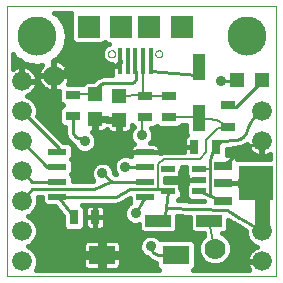
<source format=gtl>
G75*
%MOIN*%
%OFA0B0*%
%FSLAX25Y25*%
%IPPOS*%
%LPD*%
%AMOC8*
5,1,8,0,0,1.08239X$1,22.5*
%
%ADD10C,0.00000*%
%ADD11R,0.04724X0.03150*%
%ADD12R,0.04200X0.08600*%
%ADD13R,0.03150X0.04724*%
%ADD14R,0.04724X0.04724*%
%ADD15R,0.04724X0.02165*%
%ADD16C,0.13055*%
%ADD17R,0.09055X0.06299*%
%ADD18R,0.01575X0.09055*%
%ADD19R,0.07480X0.07480*%
%ADD20C,0.06600*%
%ADD21R,0.08600X0.04200*%
%ADD22C,0.07000*%
%ADD23R,0.06100X0.02100*%
%ADD24R,0.05906X0.03150*%
%ADD25R,0.11811X0.11811*%
%ADD26C,0.00800*%
%ADD27C,0.01600*%
%ADD28C,0.03562*%
%ADD29C,0.01000*%
%ADD30C,0.00001*%
%ADD31C,0.05000*%
D10*
X0007800Y0007420D02*
X0007800Y0097421D01*
X0097681Y0097421D01*
X0097681Y0007420D01*
X0007800Y0007420D01*
X0041555Y0081555D02*
X0041557Y0081624D01*
X0041563Y0081692D01*
X0041573Y0081760D01*
X0041587Y0081827D01*
X0041605Y0081894D01*
X0041626Y0081959D01*
X0041652Y0082023D01*
X0041681Y0082085D01*
X0041713Y0082145D01*
X0041749Y0082204D01*
X0041789Y0082260D01*
X0041831Y0082314D01*
X0041877Y0082365D01*
X0041926Y0082414D01*
X0041977Y0082460D01*
X0042031Y0082502D01*
X0042087Y0082542D01*
X0042145Y0082578D01*
X0042206Y0082610D01*
X0042268Y0082639D01*
X0042332Y0082665D01*
X0042397Y0082686D01*
X0042464Y0082704D01*
X0042531Y0082718D01*
X0042599Y0082728D01*
X0042667Y0082734D01*
X0042736Y0082736D01*
X0042805Y0082734D01*
X0042873Y0082728D01*
X0042941Y0082718D01*
X0043008Y0082704D01*
X0043075Y0082686D01*
X0043140Y0082665D01*
X0043204Y0082639D01*
X0043266Y0082610D01*
X0043326Y0082578D01*
X0043385Y0082542D01*
X0043441Y0082502D01*
X0043495Y0082460D01*
X0043546Y0082414D01*
X0043595Y0082365D01*
X0043641Y0082314D01*
X0043683Y0082260D01*
X0043723Y0082204D01*
X0043759Y0082145D01*
X0043791Y0082085D01*
X0043820Y0082023D01*
X0043846Y0081959D01*
X0043867Y0081894D01*
X0043885Y0081827D01*
X0043899Y0081760D01*
X0043909Y0081692D01*
X0043915Y0081624D01*
X0043917Y0081555D01*
X0043915Y0081486D01*
X0043909Y0081418D01*
X0043899Y0081350D01*
X0043885Y0081283D01*
X0043867Y0081216D01*
X0043846Y0081151D01*
X0043820Y0081087D01*
X0043791Y0081025D01*
X0043759Y0080964D01*
X0043723Y0080906D01*
X0043683Y0080850D01*
X0043641Y0080796D01*
X0043595Y0080745D01*
X0043546Y0080696D01*
X0043495Y0080650D01*
X0043441Y0080608D01*
X0043385Y0080568D01*
X0043327Y0080532D01*
X0043266Y0080500D01*
X0043204Y0080471D01*
X0043140Y0080445D01*
X0043075Y0080424D01*
X0043008Y0080406D01*
X0042941Y0080392D01*
X0042873Y0080382D01*
X0042805Y0080376D01*
X0042736Y0080374D01*
X0042667Y0080376D01*
X0042599Y0080382D01*
X0042531Y0080392D01*
X0042464Y0080406D01*
X0042397Y0080424D01*
X0042332Y0080445D01*
X0042268Y0080471D01*
X0042206Y0080500D01*
X0042145Y0080532D01*
X0042087Y0080568D01*
X0042031Y0080608D01*
X0041977Y0080650D01*
X0041926Y0080696D01*
X0041877Y0080745D01*
X0041831Y0080796D01*
X0041789Y0080850D01*
X0041749Y0080906D01*
X0041713Y0080964D01*
X0041681Y0081025D01*
X0041652Y0081087D01*
X0041626Y0081151D01*
X0041605Y0081216D01*
X0041587Y0081283D01*
X0041573Y0081350D01*
X0041563Y0081418D01*
X0041557Y0081486D01*
X0041555Y0081555D01*
X0057303Y0081555D02*
X0057305Y0081624D01*
X0057311Y0081692D01*
X0057321Y0081760D01*
X0057335Y0081827D01*
X0057353Y0081894D01*
X0057374Y0081959D01*
X0057400Y0082023D01*
X0057429Y0082085D01*
X0057461Y0082145D01*
X0057497Y0082204D01*
X0057537Y0082260D01*
X0057579Y0082314D01*
X0057625Y0082365D01*
X0057674Y0082414D01*
X0057725Y0082460D01*
X0057779Y0082502D01*
X0057835Y0082542D01*
X0057893Y0082578D01*
X0057954Y0082610D01*
X0058016Y0082639D01*
X0058080Y0082665D01*
X0058145Y0082686D01*
X0058212Y0082704D01*
X0058279Y0082718D01*
X0058347Y0082728D01*
X0058415Y0082734D01*
X0058484Y0082736D01*
X0058553Y0082734D01*
X0058621Y0082728D01*
X0058689Y0082718D01*
X0058756Y0082704D01*
X0058823Y0082686D01*
X0058888Y0082665D01*
X0058952Y0082639D01*
X0059014Y0082610D01*
X0059074Y0082578D01*
X0059133Y0082542D01*
X0059189Y0082502D01*
X0059243Y0082460D01*
X0059294Y0082414D01*
X0059343Y0082365D01*
X0059389Y0082314D01*
X0059431Y0082260D01*
X0059471Y0082204D01*
X0059507Y0082145D01*
X0059539Y0082085D01*
X0059568Y0082023D01*
X0059594Y0081959D01*
X0059615Y0081894D01*
X0059633Y0081827D01*
X0059647Y0081760D01*
X0059657Y0081692D01*
X0059663Y0081624D01*
X0059665Y0081555D01*
X0059663Y0081486D01*
X0059657Y0081418D01*
X0059647Y0081350D01*
X0059633Y0081283D01*
X0059615Y0081216D01*
X0059594Y0081151D01*
X0059568Y0081087D01*
X0059539Y0081025D01*
X0059507Y0080964D01*
X0059471Y0080906D01*
X0059431Y0080850D01*
X0059389Y0080796D01*
X0059343Y0080745D01*
X0059294Y0080696D01*
X0059243Y0080650D01*
X0059189Y0080608D01*
X0059133Y0080568D01*
X0059075Y0080532D01*
X0059014Y0080500D01*
X0058952Y0080471D01*
X0058888Y0080445D01*
X0058823Y0080424D01*
X0058756Y0080406D01*
X0058689Y0080392D01*
X0058621Y0080382D01*
X0058553Y0080376D01*
X0058484Y0080374D01*
X0058415Y0080376D01*
X0058347Y0080382D01*
X0058279Y0080392D01*
X0058212Y0080406D01*
X0058145Y0080424D01*
X0058080Y0080445D01*
X0058016Y0080471D01*
X0057954Y0080500D01*
X0057893Y0080532D01*
X0057835Y0080568D01*
X0057779Y0080608D01*
X0057725Y0080650D01*
X0057674Y0080696D01*
X0057625Y0080745D01*
X0057579Y0080796D01*
X0057537Y0080850D01*
X0057497Y0080906D01*
X0057461Y0080964D01*
X0057429Y0081025D01*
X0057400Y0081087D01*
X0057374Y0081151D01*
X0057353Y0081216D01*
X0057335Y0081283D01*
X0057321Y0081350D01*
X0057311Y0081418D01*
X0057305Y0081486D01*
X0057303Y0081555D01*
D11*
X0053800Y0067463D03*
X0053800Y0060377D03*
X0061800Y0060377D03*
X0061800Y0067463D03*
X0081430Y0064413D03*
X0081430Y0057327D03*
X0029800Y0060877D03*
X0029800Y0067963D03*
D12*
X0071810Y0060030D03*
X0071810Y0077030D03*
D13*
X0070380Y0050656D03*
X0077467Y0050656D03*
X0037233Y0027060D03*
X0030147Y0027060D03*
D14*
X0045300Y0059386D03*
X0037200Y0059786D03*
X0037200Y0068054D03*
X0045300Y0067654D03*
X0084572Y0072708D03*
X0092839Y0072708D03*
D15*
X0071919Y0043250D03*
X0071919Y0039510D03*
X0071919Y0035770D03*
X0061682Y0035770D03*
X0061682Y0043250D03*
D16*
X0087800Y0087420D03*
X0017800Y0087420D03*
D17*
X0039498Y0014520D03*
X0064302Y0014520D03*
D18*
X0055728Y0079291D03*
X0053169Y0079291D03*
X0050610Y0079291D03*
X0048051Y0079291D03*
X0045492Y0079291D03*
D19*
X0045886Y0090610D03*
X0055334Y0090610D03*
X0066161Y0090610D03*
X0035059Y0090610D03*
D20*
X0012800Y0072420D03*
X0012800Y0062420D03*
X0012800Y0052420D03*
X0012800Y0042420D03*
X0012800Y0032420D03*
X0012800Y0022420D03*
X0012800Y0012420D03*
X0092800Y0012420D03*
X0092800Y0022420D03*
X0092800Y0052420D03*
X0092800Y0062420D03*
D21*
X0075300Y0025920D03*
X0058300Y0025920D03*
D22*
X0077200Y0016620D03*
X0023500Y0074220D03*
D23*
X0024700Y0048920D03*
X0024700Y0043920D03*
X0024700Y0038920D03*
X0024700Y0033920D03*
X0053900Y0033920D03*
X0053900Y0038920D03*
X0053900Y0043920D03*
X0053900Y0048920D03*
D24*
X0079910Y0044326D03*
X0079910Y0038420D03*
X0079910Y0032514D03*
D25*
X0090934Y0038420D03*
D26*
X0080300Y0038420D02*
X0079910Y0038420D01*
X0075600Y0043250D02*
X0071919Y0043250D01*
X0072300Y0046420D02*
X0060300Y0046420D01*
X0058100Y0044920D01*
X0058100Y0039151D01*
X0058166Y0036386D01*
X0053900Y0038920D02*
X0042300Y0038920D01*
X0052800Y0054420D02*
X0052800Y0059377D01*
X0053800Y0060377D01*
X0053800Y0067463D02*
X0053309Y0067954D01*
X0045300Y0067654D01*
X0053169Y0068094D02*
X0053800Y0067463D01*
X0061800Y0067463D01*
X0061800Y0060377D02*
X0070463Y0060377D01*
X0071810Y0060030D01*
X0077727Y0059530D01*
X0081430Y0057327D01*
X0078207Y0056827D01*
X0074300Y0052920D01*
X0074300Y0048920D01*
X0072300Y0046420D01*
X0076967Y0050487D02*
X0077467Y0050656D01*
X0075300Y0025920D02*
X0076800Y0017020D01*
X0077200Y0016620D01*
X0053169Y0068094D02*
X0053169Y0079291D01*
X0037200Y0068054D02*
X0029891Y0068054D01*
X0029800Y0067963D01*
D27*
X0028133Y0071638D02*
X0028412Y0072185D01*
X0028669Y0072979D01*
X0028800Y0073803D01*
X0028800Y0074020D01*
X0023700Y0074020D01*
X0023700Y0074420D01*
X0023300Y0074420D01*
X0023300Y0079256D01*
X0024897Y0080323D01*
X0027073Y0083579D01*
X0027837Y0087420D01*
X0027073Y0091261D01*
X0024897Y0094517D01*
X0023695Y0095321D01*
X0029319Y0095321D01*
X0029219Y0095220D01*
X0029219Y0086000D01*
X0030449Y0084770D01*
X0039669Y0084770D01*
X0040472Y0085573D01*
X0041276Y0084770D01*
X0041924Y0084770D01*
X0040877Y0084337D01*
X0039954Y0083414D01*
X0039455Y0082208D01*
X0039455Y0080902D01*
X0039954Y0079696D01*
X0040877Y0078773D01*
X0042083Y0078274D01*
X0042904Y0078274D01*
X0042904Y0074527D01*
X0042906Y0074520D01*
X0040549Y0074520D01*
X0039780Y0074520D01*
X0039780Y0074520D01*
X0037403Y0073536D01*
X0036384Y0072516D01*
X0033968Y0072516D01*
X0033061Y0071609D01*
X0033032Y0071638D01*
X0028133Y0071638D01*
X0028663Y0072959D02*
X0036827Y0072959D01*
X0037403Y0073536D02*
X0037403Y0073536D01*
X0042904Y0074557D02*
X0028800Y0074557D01*
X0028800Y0074637D02*
X0028669Y0075461D01*
X0028412Y0076254D01*
X0028033Y0076998D01*
X0027543Y0077673D01*
X0026953Y0078263D01*
X0026278Y0078753D01*
X0025534Y0079132D01*
X0024741Y0079389D01*
X0023917Y0079520D01*
X0023700Y0079520D01*
X0023700Y0074420D01*
X0028800Y0074420D01*
X0028800Y0074637D01*
X0028444Y0076156D02*
X0042904Y0076156D01*
X0043621Y0077420D02*
X0027800Y0077420D01*
X0027461Y0077754D02*
X0042904Y0077754D01*
X0043621Y0077420D02*
X0043705Y0077422D01*
X0043789Y0077428D01*
X0043872Y0077437D01*
X0043955Y0077450D01*
X0044037Y0077467D01*
X0044119Y0077487D01*
X0044199Y0077512D01*
X0044278Y0077539D01*
X0044356Y0077571D01*
X0044433Y0077605D01*
X0044508Y0077643D01*
X0044581Y0077685D01*
X0044652Y0077730D01*
X0044721Y0077777D01*
X0044788Y0077828D01*
X0044852Y0077882D01*
X0044914Y0077939D01*
X0044973Y0077998D01*
X0045030Y0078060D01*
X0045084Y0078124D01*
X0045135Y0078191D01*
X0045182Y0078260D01*
X0045227Y0078331D01*
X0045269Y0078404D01*
X0045307Y0078479D01*
X0045341Y0078556D01*
X0045373Y0078634D01*
X0045400Y0078713D01*
X0045425Y0078793D01*
X0045445Y0078875D01*
X0045462Y0078957D01*
X0045475Y0079040D01*
X0045484Y0079123D01*
X0045490Y0079207D01*
X0045492Y0079291D01*
X0040298Y0079353D02*
X0024853Y0079353D01*
X0023700Y0079353D02*
X0023446Y0079353D01*
X0023300Y0077754D02*
X0023700Y0077754D01*
X0024600Y0074220D02*
X0024712Y0074222D01*
X0024823Y0074228D01*
X0024934Y0074238D01*
X0025045Y0074251D01*
X0025156Y0074269D01*
X0025265Y0074290D01*
X0025374Y0074315D01*
X0025482Y0074344D01*
X0025589Y0074377D01*
X0025694Y0074413D01*
X0025799Y0074453D01*
X0025902Y0074497D01*
X0026003Y0074544D01*
X0026102Y0074595D01*
X0026200Y0074649D01*
X0026296Y0074706D01*
X0026389Y0074767D01*
X0026481Y0074831D01*
X0026570Y0074898D01*
X0026657Y0074969D01*
X0026741Y0075042D01*
X0026823Y0075118D01*
X0026902Y0075197D01*
X0026978Y0075279D01*
X0027051Y0075363D01*
X0027122Y0075450D01*
X0027189Y0075539D01*
X0027253Y0075631D01*
X0027314Y0075724D01*
X0027371Y0075820D01*
X0027425Y0075918D01*
X0027476Y0076017D01*
X0027523Y0076118D01*
X0027567Y0076221D01*
X0027607Y0076326D01*
X0027643Y0076431D01*
X0027676Y0076538D01*
X0027705Y0076646D01*
X0027730Y0076755D01*
X0027751Y0076864D01*
X0027769Y0076975D01*
X0027782Y0077086D01*
X0027792Y0077197D01*
X0027798Y0077308D01*
X0027800Y0077420D01*
X0025317Y0080952D02*
X0039455Y0080952D01*
X0039597Y0082550D02*
X0026385Y0082550D01*
X0027186Y0084149D02*
X0040689Y0084149D01*
X0029472Y0085747D02*
X0027504Y0085747D01*
X0027822Y0087346D02*
X0029219Y0087346D01*
X0029219Y0088944D02*
X0027534Y0088944D01*
X0027216Y0090543D02*
X0029219Y0090543D01*
X0029219Y0092141D02*
X0026485Y0092141D01*
X0025417Y0093740D02*
X0029219Y0093740D01*
X0017800Y0077383D02*
X0013959Y0078147D01*
X0010703Y0080323D01*
X0009900Y0081524D01*
X0009900Y0076617D01*
X0010127Y0076782D01*
X0010842Y0077146D01*
X0011606Y0077394D01*
X0012399Y0077520D01*
X0012616Y0077520D01*
X0012616Y0072604D01*
X0012984Y0072604D01*
X0012984Y0077520D01*
X0013201Y0077520D01*
X0013994Y0077394D01*
X0014758Y0077146D01*
X0015473Y0076782D01*
X0016122Y0076310D01*
X0016690Y0075742D01*
X0017162Y0075093D01*
X0017526Y0074378D01*
X0017774Y0073614D01*
X0017900Y0072821D01*
X0017900Y0072604D01*
X0012984Y0072604D01*
X0012984Y0072236D01*
X0017900Y0072236D01*
X0017900Y0072019D01*
X0017774Y0071226D01*
X0017526Y0070462D01*
X0017162Y0069747D01*
X0016690Y0069098D01*
X0016122Y0068530D01*
X0015473Y0068058D01*
X0014758Y0067694D01*
X0014433Y0067588D01*
X0015859Y0066998D01*
X0017378Y0065479D01*
X0018200Y0063494D01*
X0018200Y0061346D01*
X0018010Y0060887D01*
X0026705Y0052192D01*
X0026747Y0052173D01*
X0026843Y0052070D01*
X0028620Y0052070D01*
X0029850Y0050840D01*
X0029850Y0047000D01*
X0029270Y0046420D01*
X0029850Y0045840D01*
X0029850Y0042000D01*
X0029270Y0041420D01*
X0029850Y0040840D01*
X0029850Y0039020D01*
X0036237Y0039020D01*
X0036701Y0039231D01*
X0036410Y0039522D01*
X0035819Y0040948D01*
X0035819Y0042492D01*
X0036410Y0043918D01*
X0037502Y0045010D01*
X0038928Y0045601D01*
X0040472Y0045601D01*
X0041898Y0045010D01*
X0042990Y0043918D01*
X0043581Y0042492D01*
X0043581Y0041718D01*
X0043800Y0041520D01*
X0044211Y0041520D01*
X0044010Y0041722D01*
X0043419Y0043148D01*
X0043419Y0044692D01*
X0044010Y0046118D01*
X0045102Y0047210D01*
X0046528Y0047801D01*
X0048072Y0047801D01*
X0049121Y0047366D01*
X0049050Y0047633D01*
X0049050Y0048920D01*
X0053900Y0048920D01*
X0058750Y0048920D01*
X0058750Y0050207D01*
X0058627Y0050665D01*
X0058390Y0051075D01*
X0058055Y0051410D01*
X0057645Y0051647D01*
X0057187Y0051770D01*
X0055639Y0051770D01*
X0056090Y0052222D01*
X0056681Y0053648D01*
X0056681Y0055192D01*
X0056090Y0056618D01*
X0056007Y0056702D01*
X0057032Y0056702D01*
X0057800Y0057470D01*
X0058568Y0056702D01*
X0065032Y0056702D01*
X0066207Y0057877D01*
X0067610Y0057877D01*
X0067610Y0054860D01*
X0067897Y0054573D01*
X0067700Y0054459D01*
X0067365Y0054124D01*
X0067128Y0053713D01*
X0067005Y0053256D01*
X0067005Y0050656D01*
X0067005Y0048920D01*
X0060534Y0048920D01*
X0060276Y0048969D01*
X0060042Y0048920D01*
X0059803Y0048920D01*
X0059560Y0048819D01*
X0059303Y0048766D01*
X0059105Y0048631D01*
X0058884Y0048539D01*
X0058750Y0048405D01*
X0058750Y0048920D01*
X0053900Y0048920D01*
X0053900Y0048920D01*
X0053900Y0048920D01*
X0049050Y0048920D01*
X0049050Y0050207D01*
X0049173Y0050665D01*
X0049410Y0051075D01*
X0049745Y0051410D01*
X0050110Y0051621D01*
X0049510Y0052222D01*
X0048919Y0053648D01*
X0048919Y0055192D01*
X0049510Y0056618D01*
X0050081Y0057189D01*
X0049462Y0057808D01*
X0049462Y0056787D01*
X0049340Y0056329D01*
X0049103Y0055919D01*
X0048767Y0055584D01*
X0048357Y0055347D01*
X0047899Y0055224D01*
X0045681Y0055224D01*
X0045681Y0059005D01*
X0044919Y0059005D01*
X0044919Y0055224D01*
X0042701Y0055224D01*
X0042243Y0055347D01*
X0041833Y0055584D01*
X0041497Y0055919D01*
X0041260Y0056329D01*
X0041181Y0056627D01*
X0041003Y0056319D01*
X0040667Y0055984D01*
X0040257Y0055747D01*
X0039799Y0055624D01*
X0037581Y0055624D01*
X0037581Y0059405D01*
X0036819Y0059405D01*
X0036819Y0055624D01*
X0036085Y0055624D01*
X0037090Y0054618D01*
X0037681Y0053192D01*
X0037681Y0051648D01*
X0037090Y0050222D01*
X0035998Y0049130D01*
X0034572Y0048539D01*
X0033028Y0048539D01*
X0031602Y0049130D01*
X0030510Y0050222D01*
X0030050Y0051332D01*
X0029411Y0051596D01*
X0029411Y0051596D01*
X0027976Y0053031D01*
X0027976Y0053031D01*
X0027200Y0054906D01*
X0027200Y0057202D01*
X0026568Y0057202D01*
X0025338Y0058432D01*
X0025338Y0063321D01*
X0026436Y0064420D01*
X0025338Y0065519D01*
X0025338Y0069244D01*
X0024741Y0069050D01*
X0023917Y0068920D01*
X0023700Y0068920D01*
X0023700Y0074020D01*
X0023300Y0074020D01*
X0018200Y0074020D01*
X0018200Y0073803D01*
X0018330Y0072979D01*
X0018588Y0072185D01*
X0018967Y0071442D01*
X0019457Y0070767D01*
X0020047Y0070177D01*
X0020722Y0069687D01*
X0021466Y0069308D01*
X0022259Y0069050D01*
X0023083Y0068920D01*
X0023300Y0068920D01*
X0023300Y0074020D01*
X0023300Y0074420D01*
X0018200Y0074420D01*
X0018200Y0074637D01*
X0018330Y0075461D01*
X0018588Y0076254D01*
X0018967Y0076998D01*
X0019457Y0077673D01*
X0019507Y0077723D01*
X0017800Y0077383D01*
X0018556Y0076156D02*
X0016276Y0076156D01*
X0015932Y0077754D02*
X0009900Y0077754D01*
X0009900Y0079353D02*
X0012154Y0079353D01*
X0010283Y0080952D02*
X0009900Y0080952D01*
X0012616Y0076156D02*
X0012984Y0076156D01*
X0012984Y0074557D02*
X0012616Y0074557D01*
X0012616Y0072959D02*
X0012984Y0072959D01*
X0017435Y0074557D02*
X0018200Y0074557D01*
X0018337Y0072959D02*
X0017878Y0072959D01*
X0017796Y0071360D02*
X0019026Y0071360D01*
X0020619Y0069762D02*
X0017170Y0069762D01*
X0015618Y0068163D02*
X0025338Y0068163D01*
X0023700Y0069762D02*
X0023300Y0069762D01*
X0023300Y0071360D02*
X0023700Y0071360D01*
X0023700Y0072959D02*
X0023300Y0072959D01*
X0023500Y0074220D02*
X0024600Y0074220D01*
X0023700Y0074557D02*
X0023300Y0074557D01*
X0023300Y0076156D02*
X0023700Y0076156D01*
X0025338Y0066565D02*
X0016292Y0066565D01*
X0017590Y0064966D02*
X0025890Y0064966D01*
X0025384Y0063368D02*
X0018200Y0063368D01*
X0018200Y0061769D02*
X0025338Y0061769D01*
X0025338Y0060171D02*
X0018726Y0060171D01*
X0020325Y0058572D02*
X0025338Y0058572D01*
X0027200Y0056974D02*
X0021923Y0056974D01*
X0023522Y0055375D02*
X0027200Y0055375D01*
X0027668Y0053777D02*
X0025120Y0053777D01*
X0026735Y0052178D02*
X0028829Y0052178D01*
X0029850Y0050580D02*
X0030361Y0050580D01*
X0029850Y0048981D02*
X0031960Y0048981D01*
X0029850Y0047383D02*
X0045518Y0047383D01*
X0043871Y0045784D02*
X0029850Y0045784D01*
X0029850Y0044186D02*
X0036677Y0044186D01*
X0035858Y0042587D02*
X0029850Y0042587D01*
X0029701Y0040989D02*
X0035819Y0040989D01*
X0036541Y0039390D02*
X0029850Y0039390D01*
X0032794Y0031320D02*
X0043936Y0031320D01*
X0044083Y0031278D01*
X0044449Y0031320D01*
X0044817Y0031320D01*
X0044959Y0031379D01*
X0045111Y0031396D01*
X0045433Y0031575D01*
X0045773Y0031716D01*
X0045881Y0031824D01*
X0048750Y0033418D01*
X0048750Y0032000D01*
X0048912Y0031839D01*
X0048602Y0031710D01*
X0047510Y0030618D01*
X0046919Y0029192D01*
X0046919Y0027648D01*
X0047510Y0026222D01*
X0048602Y0025130D01*
X0050028Y0024539D01*
X0051572Y0024539D01*
X0051900Y0024675D01*
X0051900Y0022950D01*
X0053130Y0021720D01*
X0063470Y0021720D01*
X0064700Y0022950D01*
X0064700Y0027498D01*
X0068900Y0027326D01*
X0068900Y0022950D01*
X0070130Y0021720D01*
X0073473Y0021720D01*
X0073604Y0020943D01*
X0072453Y0019792D01*
X0071600Y0017734D01*
X0071600Y0015506D01*
X0072453Y0013448D01*
X0074028Y0011873D01*
X0076086Y0011020D01*
X0078314Y0011020D01*
X0080372Y0011873D01*
X0081947Y0013448D01*
X0082800Y0015506D01*
X0082800Y0017734D01*
X0081947Y0019792D01*
X0080372Y0021367D01*
X0079521Y0021720D01*
X0080470Y0021720D01*
X0081700Y0022950D01*
X0081700Y0026104D01*
X0084361Y0024441D01*
X0084524Y0024414D01*
X0087400Y0022663D01*
X0087400Y0021346D01*
X0088222Y0019361D01*
X0089741Y0017842D01*
X0091167Y0017252D01*
X0090842Y0017146D01*
X0090127Y0016782D01*
X0089478Y0016310D01*
X0088910Y0015742D01*
X0088438Y0015093D01*
X0088074Y0014378D01*
X0087826Y0013614D01*
X0087700Y0012821D01*
X0087700Y0012604D01*
X0092616Y0012604D01*
X0092616Y0012236D01*
X0087700Y0012236D01*
X0087700Y0012019D01*
X0087826Y0011226D01*
X0088074Y0010462D01*
X0088438Y0009747D01*
X0088603Y0009520D01*
X0069949Y0009520D01*
X0070929Y0010501D01*
X0070929Y0018539D01*
X0069699Y0019770D01*
X0058939Y0019770D01*
X0057998Y0020710D01*
X0056572Y0021301D01*
X0055028Y0021301D01*
X0053602Y0020710D01*
X0052510Y0019618D01*
X0051919Y0018192D01*
X0051919Y0016648D01*
X0052510Y0015222D01*
X0053602Y0014130D01*
X0054644Y0013698D01*
X0055584Y0012757D01*
X0055585Y0012757D01*
X0057606Y0011920D01*
X0057674Y0011920D01*
X0057674Y0010501D01*
X0058655Y0009520D01*
X0017444Y0009520D01*
X0018200Y0011346D01*
X0018200Y0013494D01*
X0017378Y0015479D01*
X0015859Y0016998D01*
X0014840Y0017420D01*
X0015859Y0017842D01*
X0017378Y0019361D01*
X0018200Y0021346D01*
X0018200Y0023494D01*
X0017378Y0025479D01*
X0015859Y0026998D01*
X0014840Y0027420D01*
X0015859Y0027842D01*
X0017378Y0029361D01*
X0018200Y0031346D01*
X0018200Y0033494D01*
X0018065Y0033820D01*
X0019550Y0033820D01*
X0019550Y0032000D01*
X0020780Y0030770D01*
X0023957Y0030770D01*
X0026472Y0027545D01*
X0026472Y0023828D01*
X0027702Y0022598D01*
X0032591Y0022598D01*
X0033821Y0023828D01*
X0033821Y0030292D01*
X0032794Y0031320D01*
X0033821Y0029799D02*
X0033896Y0029799D01*
X0033859Y0029659D02*
X0033981Y0030117D01*
X0034218Y0030527D01*
X0034553Y0030863D01*
X0034964Y0031100D01*
X0035422Y0031222D01*
X0037233Y0031222D01*
X0037233Y0027060D01*
X0037233Y0027060D01*
X0033858Y0027060D01*
X0033859Y0029659D01*
X0033821Y0028201D02*
X0033859Y0028201D01*
X0033859Y0027060D02*
X0033859Y0024461D01*
X0033981Y0024003D01*
X0034218Y0023593D01*
X0034553Y0023257D01*
X0034964Y0023020D01*
X0035422Y0022898D01*
X0037233Y0022898D01*
X0037233Y0027060D01*
X0033859Y0027060D01*
X0033859Y0026602D02*
X0033821Y0026602D01*
X0033821Y0025004D02*
X0033859Y0025004D01*
X0033399Y0023405D02*
X0034406Y0023405D01*
X0037233Y0023405D02*
X0037233Y0023405D01*
X0037233Y0022898D02*
X0039045Y0022898D01*
X0039503Y0023020D01*
X0039913Y0023257D01*
X0040248Y0023593D01*
X0040485Y0024003D01*
X0040608Y0024461D01*
X0040608Y0027060D01*
X0040608Y0029659D01*
X0040485Y0030117D01*
X0040248Y0030527D01*
X0039913Y0030863D01*
X0039503Y0031100D01*
X0039045Y0031222D01*
X0037233Y0031222D01*
X0037233Y0027060D01*
X0037233Y0027060D01*
X0037233Y0027060D01*
X0037233Y0022898D01*
X0037233Y0025004D02*
X0037233Y0025004D01*
X0037233Y0026602D02*
X0037233Y0026602D01*
X0037233Y0027060D02*
X0037233Y0027060D01*
X0040608Y0027060D01*
X0037233Y0027060D01*
X0037233Y0028201D02*
X0037233Y0028201D01*
X0037233Y0029799D02*
X0037233Y0029799D01*
X0040571Y0029799D02*
X0047170Y0029799D01*
X0046919Y0028201D02*
X0040608Y0028201D01*
X0040608Y0026602D02*
X0047352Y0026602D01*
X0048906Y0025004D02*
X0040608Y0025004D01*
X0040061Y0023405D02*
X0051900Y0023405D01*
X0053044Y0021807D02*
X0018200Y0021807D01*
X0018200Y0023405D02*
X0026895Y0023405D01*
X0026472Y0025004D02*
X0017575Y0025004D01*
X0016255Y0026602D02*
X0026472Y0026602D01*
X0025961Y0028201D02*
X0016217Y0028201D01*
X0017559Y0029799D02*
X0024714Y0029799D01*
X0020152Y0031398D02*
X0018200Y0031398D01*
X0018200Y0032996D02*
X0019550Y0032996D01*
X0017729Y0020208D02*
X0053099Y0020208D01*
X0052092Y0018610D02*
X0045562Y0018610D01*
X0045466Y0018775D02*
X0045131Y0019110D01*
X0044721Y0019347D01*
X0044263Y0019470D01*
X0040273Y0019470D01*
X0040273Y0015295D01*
X0038724Y0015295D01*
X0038724Y0019470D01*
X0034734Y0019470D01*
X0034276Y0019347D01*
X0033866Y0019110D01*
X0033530Y0018775D01*
X0033294Y0018364D01*
X0033171Y0017907D01*
X0033171Y0015295D01*
X0038724Y0015295D01*
X0038724Y0013745D01*
X0040273Y0013745D01*
X0040273Y0009570D01*
X0044263Y0009570D01*
X0044721Y0009693D01*
X0045131Y0009930D01*
X0045466Y0010265D01*
X0045703Y0010676D01*
X0045826Y0011133D01*
X0045826Y0013745D01*
X0040273Y0013745D01*
X0040273Y0015295D01*
X0045826Y0015295D01*
X0045826Y0017907D01*
X0045703Y0018364D01*
X0045466Y0018775D01*
X0045826Y0017011D02*
X0051919Y0017011D01*
X0052431Y0015413D02*
X0045826Y0015413D01*
X0045826Y0012216D02*
X0056892Y0012216D01*
X0057674Y0010617D02*
X0045669Y0010617D01*
X0040273Y0010617D02*
X0038724Y0010617D01*
X0038724Y0009570D02*
X0038724Y0013745D01*
X0033171Y0013745D01*
X0033171Y0011133D01*
X0033294Y0010676D01*
X0033530Y0010265D01*
X0033866Y0009930D01*
X0034276Y0009693D01*
X0034734Y0009570D01*
X0038724Y0009570D01*
X0038724Y0012216D02*
X0040273Y0012216D01*
X0040273Y0013814D02*
X0054364Y0013814D01*
X0058501Y0020208D02*
X0072869Y0020208D01*
X0071963Y0018610D02*
X0070859Y0018610D01*
X0070929Y0017011D02*
X0071600Y0017011D01*
X0071639Y0015413D02*
X0070929Y0015413D01*
X0070929Y0013814D02*
X0072301Y0013814D01*
X0070929Y0012216D02*
X0073685Y0012216D01*
X0070929Y0010617D02*
X0088023Y0010617D01*
X0087700Y0012216D02*
X0080715Y0012216D01*
X0082099Y0013814D02*
X0087891Y0013814D01*
X0088670Y0015413D02*
X0082761Y0015413D01*
X0082800Y0017011D02*
X0090577Y0017011D01*
X0088974Y0018610D02*
X0082437Y0018610D01*
X0081531Y0020208D02*
X0087871Y0020208D01*
X0087400Y0021807D02*
X0080556Y0021807D01*
X0081700Y0023405D02*
X0086181Y0023405D01*
X0083461Y0025004D02*
X0081700Y0025004D01*
X0073436Y0032344D02*
X0065016Y0032689D01*
X0066144Y0033817D01*
X0066144Y0037722D01*
X0064914Y0038953D01*
X0060605Y0038953D01*
X0060600Y0039181D01*
X0060600Y0040067D01*
X0064914Y0040067D01*
X0066144Y0041298D01*
X0066144Y0043920D01*
X0067456Y0043920D01*
X0067456Y0041298D01*
X0067792Y0040962D01*
X0067756Y0040830D01*
X0067756Y0039510D01*
X0071918Y0039510D01*
X0067756Y0039510D01*
X0067756Y0038190D01*
X0067792Y0038058D01*
X0067456Y0037722D01*
X0067456Y0033817D01*
X0068686Y0032587D01*
X0072840Y0032587D01*
X0073436Y0032344D01*
X0068277Y0032996D02*
X0065323Y0032996D01*
X0066144Y0034595D02*
X0067456Y0034595D01*
X0067456Y0036193D02*
X0066144Y0036193D01*
X0066074Y0037792D02*
X0067526Y0037792D01*
X0067756Y0039390D02*
X0060600Y0039390D01*
X0065835Y0040989D02*
X0067765Y0040989D01*
X0067456Y0042587D02*
X0066144Y0042587D01*
X0067005Y0048981D02*
X0058750Y0048981D01*
X0058650Y0050580D02*
X0067005Y0050580D01*
X0067005Y0050656D02*
X0070380Y0050656D01*
X0070380Y0050656D01*
X0067005Y0050656D01*
X0067005Y0052178D02*
X0056047Y0052178D01*
X0056681Y0053777D02*
X0067165Y0053777D01*
X0067610Y0055375D02*
X0056605Y0055375D01*
X0057304Y0056974D02*
X0058296Y0056974D01*
X0065304Y0056974D02*
X0067610Y0056974D01*
X0078200Y0044326D02*
X0079910Y0044326D01*
X0079910Y0044325D01*
X0078200Y0044325D01*
X0078200Y0044326D01*
X0079800Y0044420D02*
X0080300Y0044420D01*
X0080800Y0044420D01*
X0081142Y0047700D02*
X0081142Y0049996D01*
X0084465Y0050324D01*
X0084555Y0050333D01*
X0084765Y0050353D01*
X0085070Y0050383D01*
X0085915Y0050467D01*
X0087782Y0051500D01*
X0087826Y0051226D01*
X0088074Y0050462D01*
X0088438Y0049747D01*
X0088910Y0049098D01*
X0089478Y0048530D01*
X0090127Y0048058D01*
X0090842Y0047694D01*
X0091606Y0047446D01*
X0092399Y0047320D01*
X0092616Y0047320D01*
X0092616Y0052236D01*
X0092984Y0052236D01*
X0092984Y0047320D01*
X0093201Y0047320D01*
X0093994Y0047446D01*
X0094758Y0047694D01*
X0095473Y0048058D01*
X0095581Y0048137D01*
X0095581Y0046425D01*
X0084586Y0046425D01*
X0084540Y0046595D01*
X0084303Y0047006D01*
X0083968Y0047341D01*
X0083558Y0047578D01*
X0083100Y0047700D01*
X0081142Y0047700D01*
X0081142Y0048981D02*
X0089026Y0048981D01*
X0088035Y0050580D02*
X0086119Y0050580D01*
X0085915Y0050467D02*
X0085915Y0050467D01*
X0083895Y0047383D02*
X0092002Y0047383D01*
X0092616Y0047383D02*
X0092984Y0047383D01*
X0093598Y0047383D02*
X0095581Y0047383D01*
X0092984Y0048981D02*
X0092616Y0048981D01*
X0092616Y0050580D02*
X0092984Y0050580D01*
X0092984Y0052178D02*
X0092616Y0052178D01*
X0090934Y0038420D02*
X0086800Y0038420D01*
X0080300Y0038420D01*
X0071918Y0039510D02*
X0071918Y0039510D01*
X0068900Y0026602D02*
X0064700Y0026602D01*
X0064700Y0025004D02*
X0068900Y0025004D01*
X0068900Y0023405D02*
X0064700Y0023405D01*
X0063556Y0021807D02*
X0070044Y0021807D01*
X0048289Y0031398D02*
X0045114Y0031398D01*
X0047991Y0032996D02*
X0048750Y0032996D01*
X0043651Y0042587D02*
X0043542Y0042587D01*
X0043419Y0044186D02*
X0042723Y0044186D01*
X0049082Y0047383D02*
X0049117Y0047383D01*
X0049050Y0048981D02*
X0035640Y0048981D01*
X0037239Y0050580D02*
X0049150Y0050580D01*
X0049553Y0052178D02*
X0037681Y0052178D01*
X0037439Y0053777D02*
X0048919Y0053777D01*
X0048995Y0055375D02*
X0048407Y0055375D01*
X0049462Y0056974D02*
X0049865Y0056974D01*
X0045681Y0056974D02*
X0044919Y0056974D01*
X0044919Y0058572D02*
X0045681Y0058572D01*
X0044919Y0059005D02*
X0044919Y0059767D01*
X0041138Y0059767D01*
X0041138Y0060167D01*
X0037581Y0060167D01*
X0037581Y0059405D01*
X0041362Y0059405D01*
X0041362Y0059005D01*
X0044919Y0059005D01*
X0044919Y0055375D02*
X0045681Y0055375D01*
X0042193Y0055375D02*
X0036333Y0055375D01*
X0036819Y0056974D02*
X0037581Y0056974D01*
X0037581Y0058572D02*
X0036819Y0058572D01*
X0038724Y0018610D02*
X0040273Y0018610D01*
X0040273Y0017011D02*
X0038724Y0017011D01*
X0038724Y0015413D02*
X0040273Y0015413D01*
X0038724Y0013814D02*
X0018067Y0013814D01*
X0018200Y0012216D02*
X0033171Y0012216D01*
X0033327Y0010617D02*
X0017898Y0010617D01*
X0017405Y0015413D02*
X0033171Y0015413D01*
X0033171Y0017011D02*
X0015827Y0017011D01*
X0016626Y0018610D02*
X0033435Y0018610D01*
D28*
X0050800Y0028420D03*
X0055800Y0017420D03*
X0066700Y0036920D03*
X0066700Y0041920D03*
X0052800Y0054420D03*
X0047300Y0043920D03*
X0039700Y0041720D03*
X0033800Y0052420D03*
X0079300Y0072420D03*
D29*
X0083783Y0072420D01*
X0083783Y0072419D02*
X0083826Y0072401D01*
X0083870Y0072387D01*
X0083916Y0072376D01*
X0083962Y0072368D01*
X0084008Y0072365D01*
X0084055Y0072364D01*
X0084101Y0072368D01*
X0084147Y0072375D01*
X0084193Y0072386D01*
X0084237Y0072400D01*
X0084280Y0072418D01*
X0084322Y0072439D01*
X0084362Y0072463D01*
X0084399Y0072491D01*
X0084435Y0072521D01*
X0084468Y0072554D01*
X0084498Y0072589D01*
X0084526Y0072627D01*
X0084550Y0072666D01*
X0084572Y0072708D01*
X0092339Y0071959D02*
X0084300Y0063920D01*
X0080437Y0063920D01*
X0081430Y0064413D01*
X0087800Y0055920D02*
X0087767Y0055798D01*
X0087730Y0055678D01*
X0087689Y0055559D01*
X0087644Y0055441D01*
X0087596Y0055325D01*
X0087545Y0055210D01*
X0087489Y0055097D01*
X0087430Y0054986D01*
X0087368Y0054876D01*
X0087302Y0054769D01*
X0087233Y0054664D01*
X0087161Y0054561D01*
X0087085Y0054460D01*
X0087007Y0054362D01*
X0086925Y0054266D01*
X0086841Y0054173D01*
X0086753Y0054082D01*
X0086663Y0053994D01*
X0086570Y0053910D01*
X0086474Y0053828D01*
X0086376Y0053749D01*
X0086276Y0053673D01*
X0086173Y0053600D01*
X0086068Y0053531D01*
X0085961Y0053465D01*
X0085852Y0053402D01*
X0085740Y0053343D01*
X0085628Y0053288D01*
X0085513Y0053235D01*
X0085397Y0053187D01*
X0085279Y0053142D01*
X0085160Y0053101D01*
X0085040Y0053063D01*
X0084919Y0053030D01*
X0084796Y0053000D01*
X0084673Y0052974D01*
X0084549Y0052952D01*
X0084425Y0052934D01*
X0084300Y0052919D01*
X0084300Y0052920D02*
X0079230Y0052420D01*
X0077730Y0050920D01*
X0077300Y0050920D01*
X0077467Y0050753D01*
X0077467Y0050656D01*
X0076967Y0050487D02*
X0075600Y0046120D01*
X0075600Y0043250D01*
X0075600Y0035327D01*
X0075598Y0035273D01*
X0075592Y0035220D01*
X0075583Y0035167D01*
X0075570Y0035115D01*
X0075553Y0035065D01*
X0075532Y0035015D01*
X0075508Y0034967D01*
X0075481Y0034921D01*
X0075450Y0034877D01*
X0075417Y0034835D01*
X0075380Y0034796D01*
X0075341Y0034759D01*
X0075299Y0034726D01*
X0075255Y0034695D01*
X0075209Y0034668D01*
X0075161Y0034644D01*
X0075111Y0034623D01*
X0075061Y0034606D01*
X0075009Y0034593D01*
X0074956Y0034584D01*
X0074903Y0034578D01*
X0074849Y0034576D01*
X0079910Y0032514D01*
X0081300Y0029420D02*
X0085300Y0026920D01*
X0084990Y0027174D02*
X0083933Y0027817D01*
X0081300Y0029420D01*
X0060908Y0030255D01*
X0060300Y0025920D01*
X0058300Y0025920D01*
X0060908Y0030255D02*
X0061682Y0035770D01*
X0058166Y0036386D01*
X0056800Y0036420D01*
X0048800Y0036420D01*
X0044300Y0033920D01*
X0024700Y0033920D01*
X0025147Y0033473D01*
X0030147Y0027060D01*
X0036800Y0036420D02*
X0016300Y0036420D01*
X0012800Y0032420D01*
X0016300Y0038920D02*
X0012800Y0042420D01*
X0016300Y0038920D02*
X0024700Y0038920D01*
X0024700Y0043920D02*
X0021300Y0043920D01*
X0012800Y0052420D01*
X0012800Y0062420D02*
X0025200Y0050020D01*
X0024700Y0048920D01*
X0029800Y0055920D02*
X0029800Y0060877D01*
X0029800Y0055920D02*
X0029802Y0055822D01*
X0029808Y0055724D01*
X0029817Y0055626D01*
X0029831Y0055529D01*
X0029848Y0055432D01*
X0029869Y0055336D01*
X0029894Y0055241D01*
X0029922Y0055147D01*
X0029955Y0055055D01*
X0029990Y0054963D01*
X0030030Y0054873D01*
X0030072Y0054785D01*
X0030119Y0054698D01*
X0030168Y0054614D01*
X0030221Y0054531D01*
X0030277Y0054451D01*
X0030337Y0054372D01*
X0030399Y0054296D01*
X0030464Y0054223D01*
X0030532Y0054152D01*
X0030603Y0054084D01*
X0030676Y0054019D01*
X0030752Y0053957D01*
X0030831Y0053897D01*
X0030911Y0053841D01*
X0030994Y0053788D01*
X0031078Y0053739D01*
X0031165Y0053692D01*
X0031253Y0053650D01*
X0031343Y0053610D01*
X0031435Y0053575D01*
X0031527Y0053542D01*
X0031621Y0053514D01*
X0031716Y0053489D01*
X0031812Y0053468D01*
X0031909Y0053451D01*
X0032006Y0053437D01*
X0032104Y0053428D01*
X0032202Y0053422D01*
X0032300Y0053420D01*
X0032800Y0053420D01*
X0032860Y0053418D01*
X0032921Y0053413D01*
X0032980Y0053404D01*
X0033039Y0053391D01*
X0033098Y0053375D01*
X0033155Y0053355D01*
X0033210Y0053332D01*
X0033265Y0053305D01*
X0033317Y0053276D01*
X0033368Y0053243D01*
X0033417Y0053207D01*
X0033463Y0053169D01*
X0033507Y0053127D01*
X0033549Y0053083D01*
X0033587Y0053037D01*
X0033623Y0052988D01*
X0033656Y0052937D01*
X0033685Y0052885D01*
X0033712Y0052830D01*
X0033735Y0052775D01*
X0033755Y0052718D01*
X0033771Y0052659D01*
X0033784Y0052600D01*
X0033793Y0052541D01*
X0033798Y0052480D01*
X0033800Y0052420D01*
X0039700Y0041720D02*
X0042800Y0038920D01*
X0053900Y0038920D01*
X0053900Y0033920D02*
X0053900Y0033520D01*
X0053300Y0032920D01*
X0050800Y0028420D01*
X0042300Y0038920D02*
X0036800Y0036420D01*
X0047300Y0043920D02*
X0053900Y0043920D01*
X0071919Y0035770D02*
X0072969Y0035820D01*
X0071919Y0035770D02*
X0074849Y0034576D01*
X0079800Y0044420D02*
X0085800Y0048920D01*
X0085300Y0048920D02*
X0080300Y0044420D01*
X0084990Y0027174D02*
X0092800Y0022420D01*
X0085800Y0048919D02*
X0086169Y0049200D01*
X0086544Y0049472D01*
X0086925Y0049735D01*
X0087313Y0049990D01*
X0087706Y0050235D01*
X0088105Y0050470D01*
X0088509Y0050697D01*
X0088919Y0050914D01*
X0089333Y0051121D01*
X0089752Y0051318D01*
X0090176Y0051506D01*
X0090604Y0051684D01*
X0091036Y0051851D01*
X0091472Y0052009D01*
X0091911Y0052156D01*
X0092354Y0052293D01*
X0092800Y0052419D01*
X0087800Y0055920D02*
X0087867Y0056167D01*
X0087939Y0056411D01*
X0088018Y0056654D01*
X0088103Y0056895D01*
X0088193Y0057134D01*
X0088289Y0057371D01*
X0088391Y0057605D01*
X0088499Y0057836D01*
X0088612Y0058065D01*
X0088731Y0058291D01*
X0088856Y0058514D01*
X0088986Y0058734D01*
X0089121Y0058951D01*
X0089261Y0059164D01*
X0089407Y0059374D01*
X0089558Y0059580D01*
X0089713Y0059782D01*
X0089874Y0059981D01*
X0090039Y0060176D01*
X0090209Y0060366D01*
X0090384Y0060552D01*
X0090563Y0060734D01*
X0090747Y0060912D01*
X0090935Y0061084D01*
X0091127Y0061253D01*
X0091323Y0061416D01*
X0091523Y0061575D01*
X0091727Y0061729D01*
X0091935Y0061877D01*
X0092146Y0062021D01*
X0092361Y0062159D01*
X0092579Y0062292D01*
X0092800Y0062420D01*
X0092339Y0071959D02*
X0092839Y0072708D01*
X0071810Y0077030D02*
X0070800Y0074420D01*
X0055800Y0075920D01*
X0055728Y0079291D01*
X0050610Y0079291D02*
X0050610Y0076110D01*
X0050612Y0076085D01*
X0050616Y0076061D01*
X0050624Y0076037D01*
X0050635Y0076015D01*
X0050649Y0075994D01*
X0050666Y0075976D01*
X0050684Y0075959D01*
X0050705Y0075945D01*
X0050727Y0075934D01*
X0050751Y0075926D01*
X0050775Y0075922D01*
X0050800Y0075920D01*
X0050800Y0073420D01*
X0050798Y0073344D01*
X0050792Y0073268D01*
X0050783Y0073193D01*
X0050769Y0073118D01*
X0050752Y0073044D01*
X0050731Y0072971D01*
X0050707Y0072899D01*
X0050678Y0072828D01*
X0050647Y0072759D01*
X0050612Y0072692D01*
X0050573Y0072627D01*
X0050531Y0072563D01*
X0050486Y0072502D01*
X0050438Y0072443D01*
X0050387Y0072387D01*
X0050333Y0072333D01*
X0050277Y0072282D01*
X0050218Y0072234D01*
X0050157Y0072189D01*
X0050093Y0072147D01*
X0050028Y0072108D01*
X0049961Y0072073D01*
X0049892Y0072042D01*
X0049821Y0072013D01*
X0049749Y0071989D01*
X0049676Y0071968D01*
X0049602Y0071951D01*
X0049527Y0071937D01*
X0049452Y0071928D01*
X0049376Y0071922D01*
X0049300Y0071920D01*
X0041066Y0071920D01*
X0040945Y0071918D01*
X0040823Y0071912D01*
X0040702Y0071903D01*
X0040581Y0071890D01*
X0040461Y0071872D01*
X0040342Y0071852D01*
X0040223Y0071827D01*
X0040105Y0071799D01*
X0039987Y0071766D01*
X0039871Y0071731D01*
X0039756Y0071691D01*
X0039643Y0071649D01*
X0039531Y0071602D01*
X0039420Y0071552D01*
X0039311Y0071499D01*
X0039204Y0071442D01*
X0039098Y0071382D01*
X0038994Y0071318D01*
X0038893Y0071251D01*
X0038794Y0071182D01*
X0038697Y0071109D01*
X0038602Y0071033D01*
X0038509Y0070954D01*
X0038420Y0070872D01*
X0038332Y0070788D01*
X0038248Y0070700D01*
X0038166Y0070611D01*
X0038087Y0070518D01*
X0038011Y0070423D01*
X0037938Y0070326D01*
X0037869Y0070227D01*
X0037802Y0070126D01*
X0037738Y0070022D01*
X0037678Y0069916D01*
X0037621Y0069809D01*
X0037568Y0069700D01*
X0037518Y0069589D01*
X0037471Y0069477D01*
X0037429Y0069364D01*
X0037389Y0069249D01*
X0037354Y0069133D01*
X0037321Y0069015D01*
X0037293Y0068897D01*
X0037268Y0068778D01*
X0037248Y0068659D01*
X0037230Y0068539D01*
X0037217Y0068418D01*
X0037208Y0068297D01*
X0037202Y0068175D01*
X0037200Y0068054D01*
X0055800Y0017420D02*
X0055802Y0017314D01*
X0055808Y0017208D01*
X0055817Y0017103D01*
X0055831Y0016998D01*
X0055848Y0016893D01*
X0055869Y0016789D01*
X0055894Y0016686D01*
X0055923Y0016585D01*
X0055955Y0016484D01*
X0055991Y0016384D01*
X0056031Y0016286D01*
X0056074Y0016189D01*
X0056121Y0016094D01*
X0056171Y0016001D01*
X0056225Y0015909D01*
X0056281Y0015820D01*
X0056341Y0015733D01*
X0056405Y0015648D01*
X0056471Y0015565D01*
X0056540Y0015485D01*
X0056612Y0015407D01*
X0056687Y0015332D01*
X0056765Y0015260D01*
X0056845Y0015191D01*
X0056928Y0015125D01*
X0057013Y0015061D01*
X0057100Y0015001D01*
X0057189Y0014945D01*
X0057281Y0014891D01*
X0057374Y0014841D01*
X0057469Y0014794D01*
X0057566Y0014751D01*
X0057664Y0014711D01*
X0057764Y0014675D01*
X0057865Y0014643D01*
X0057966Y0014614D01*
X0058069Y0014589D01*
X0058173Y0014568D01*
X0058278Y0014551D01*
X0058383Y0014537D01*
X0058488Y0014528D01*
X0058594Y0014522D01*
X0058700Y0014520D01*
X0064302Y0014520D01*
D30*
X0079894Y0044326D02*
X0079800Y0044420D01*
X0079894Y0044326D02*
X0079910Y0044326D01*
D31*
X0086800Y0038420D02*
X0092800Y0038420D01*
X0092800Y0022420D01*
M02*

</source>
